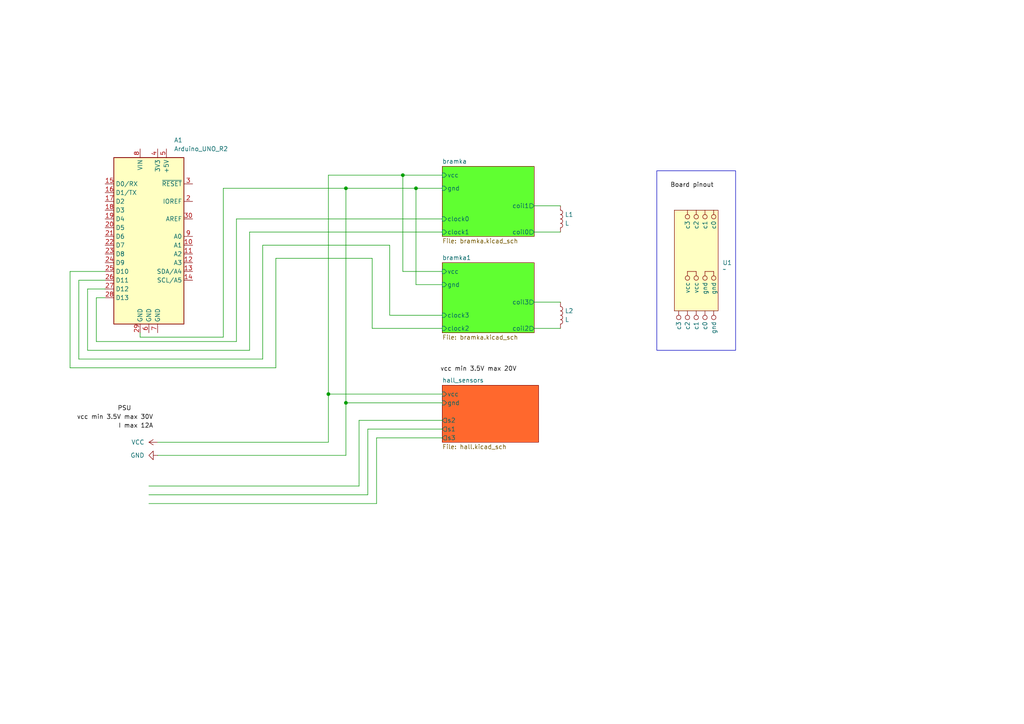
<source format=kicad_sch>
(kicad_sch (version 20231120) (generator "eeschema") (generator_version "8.0")
  (paper "A4")
  (lib_symbols
    (symbol "Device:L" (pin_numbers hide) (pin_names (offset 1.016) hide)
      (property "Reference" "L" (at -1.27 0 90))
      (property "Value" "L" (at 1.905 0 90))
      (symbol "L_0_1"
        (arc (start 0 -2.54) (mid 0.6323 -1.905) (end 0 -1.27))
        (arc (start 0 -1.27) (mid 0.6323 -0.635) (end 0 0))
        (arc (start 0 0) (mid 0.6323 0.635) (end 0 1.27))
        (arc (start 0 1.27) (mid 0.6323 1.905) (end 0 2.54))
      )
      (symbol "L_1_1"
        (pin passive line (at 0 3.81 270) (length 1.27) (name "1") (number "1"))
        (pin passive line (at 0 -3.81 90) (length 1.27) (name "2") (number "2"))
      )
    )
    (symbol "MCU_Module:Arduino_UNO_R2"
      (property "Reference" "A" (at -10.16 23.495 0))
      (property "Value" "Arduino_UNO_R2" (at 5.08 -26.67 0))
      (symbol "Arduino_UNO_R2_0_1"
        (rectangle (start -10.16 22.86) (end 10.16 -25.4) (stroke (width 0.254)) (fill (type background)))
      )
      (symbol "Arduino_UNO_R2_1_1"
        (pin no_connect line (at -10.16 -20.32 0) (length 2.54) hide (name "NC") (number "1"))
        (pin bidirectional line (at 12.7 -2.54 180) (length 2.54) (name "A1") (number "10"))
        (pin bidirectional line (at 12.7 -5.08 180) (length 2.54) (name "A2") (number "11"))
        (pin bidirectional line (at 12.7 -7.62 180) (length 2.54) (name "A3") (number "12"))
        (pin bidirectional line (at 12.7 -10.16 180) (length 2.54) (name "SDA/A4") (number "13"))
        (pin bidirectional line (at 12.7 -12.7 180) (length 2.54) (name "SCL/A5") (number "14"))
        (pin bidirectional line (at -12.7 15.24 0) (length 2.54) (name "D0/RX") (number "15"))
        (pin bidirectional line (at -12.7 12.7 0) (length 2.54) (name "D1/TX") (number "16"))
        (pin bidirectional line (at -12.7 10.16 0) (length 2.54) (name "D2") (number "17"))
        (pin bidirectional line (at -12.7 7.62 0) (length 2.54) (name "D3") (number "18"))
        (pin bidirectional line (at -12.7 5.08 0) (length 2.54) (name "D4") (number "19"))
        (pin output line (at 12.7 10.16 180) (length 2.54) (name "IOREF") (number "2"))
        (pin bidirectional line (at -12.7 2.54 0) (length 2.54) (name "D5") (number "20"))
        (pin bidirectional line (at -12.7 0 0) (length 2.54) (name "D6") (number "21"))
        (pin bidirectional line (at -12.7 -2.54 0) (length 2.54) (name "D7") (number "22"))
        (pin bidirectional line (at -12.7 -5.08 0) (length 2.54) (name "D8") (number "23"))
        (pin bidirectional line (at -12.7 -7.62 0) (length 2.54) (name "D9") (number "24"))
        (pin bidirectional line (at -12.7 -10.16 0) (length 2.54) (name "D10") (number "25"))
        (pin bidirectional line (at -12.7 -12.7 0) (length 2.54) (name "D11") (number "26"))
        (pin bidirectional line (at -12.7 -15.24 0) (length 2.54) (name "D12") (number "27"))
        (pin bidirectional line (at -12.7 -17.78 0) (length 2.54) (name "D13") (number "28"))
        (pin power_in line (at -2.54 -27.94 90) (length 2.54) (name "GND") (number "29"))
        (pin input line (at 12.7 15.24 180) (length 2.54) (name "~{RESET}") (number "3"))
        (pin input line (at 12.7 5.08 180) (length 2.54) (name "AREF") (number "30"))
        (pin power_out line (at 2.54 25.4 270) (length 2.54) (name "3V3") (number "4"))
        (pin power_out line (at 5.08 25.4 270) (length 2.54) (name "+5V") (number "5"))
        (pin power_in line (at 0 -27.94 90) (length 2.54) (name "GND") (number "6"))
        (pin power_in line (at 2.54 -27.94 90) (length 2.54) (name "GND") (number "7"))
        (pin power_in line (at -2.54 25.4 270) (length 2.54) (name "VIN") (number "8"))
        (pin bidirectional line (at 12.7 0 180) (length 2.54) (name "A0") (number "9"))
      )
    )
    (symbol "power:GND" (power) (pin_numbers hide) (pin_names (offset 0) hide)
      (property "Value" "GND" (at 0 -3.81 0))
      (symbol "GND_0_1"
        (polyline (pts (xy 0 0) (xy 0 -1.27) (xy 1.27 -1.27) (xy 0 -2.54) (xy -1.27 -1.27) (xy 0 -1.27)))
      )
      (symbol "GND_1_1"
        (pin power_in line (at 0 0 270) (length 0) (name "~") (number "1"))
      )
    )
    (symbol "power:VCC" (power) (pin_numbers hide) (pin_names (offset 0) hide)
      (property "Value" "VCC" (at 0 3.556 0))
      (symbol "VCC_0_1"
        (polyline (pts (xy -0.762 1.27) (xy 0 2.54)))
        (polyline (pts (xy 0 0) (xy 0 2.54)))
        (polyline (pts (xy 0 2.54) (xy 0.762 1.27)))
      )
      (symbol "VCC_1_1"
        (pin power_in line (at 0 0 90) (length 0) (name "~") (number "1"))
      )
    )
    (symbol "wytrzasarka-pinout:wytrzasarka"
      (property "Reference" "U" (at 0 0 0))
      (symbol "wytrzasarka_0_1"
        (rectangle (start -8.89 21.59) (end 3.81 -7.62) (fill (type background)))
        (polyline (pts (xy -5.08 3.81) (xy -2.54 3.81)))
        (polyline (pts (xy 0 3.81) (xy 2.54 3.81)))
      )
      (symbol "wytrzasarka_1_1"
        (pin input inverted (at 0 -7.62 270) (length 2.54) (name "c0") (number ""))
        (pin power_out inverted (at 2.54 21.59 270) (length 2.54) (name "c0") (number ""))
        (pin input inverted (at -2.54 -7.62 270) (length 2.54) (name "c1") (number ""))
        (pin power_out inverted (at 0 21.59 270) (length 2.54) (name "c1") (number ""))
        (pin input inverted (at -5.08 -7.62 270) (length 2.54) (name "c2") (number ""))
        (pin power_out inverted (at -2.54 21.59 270) (length 2.54) (name "c2") (number ""))
        (pin input inverted (at -7.62 -7.62 270) (length 2.54) (name "c3") (number ""))
        (pin power_out inverted (at -5.08 21.59 270) (length 2.54) (name "c3") (number ""))
        (pin power_in inverted (at 0 3.81 270) (length 2.54) (name "gnd") (number ""))
        (pin input inverted (at 2.54 -7.62 270) (length 2.54) (name "gnd") (number ""))
        (pin power_in inverted (at 2.54 3.81 270) (length 2.54) (name "gnd") (number ""))
        (pin power_in inverted (at -5.08 3.81 270) (length 2.54) (name "vcc") (number ""))
        (pin power_in inverted (at -2.54 3.81 270) (length 2.54) (name "vcc") (number ""))
      )
    )
  )
  (junction (at 116.84 50.8))
  (junction (at 100.33 54.61))
  (junction (at 95.25 114.3))
  (junction (at 120.65 54.61))
  (junction (at 100.33 116.84))
  (wire (pts (xy 27.94 99.06) (xy 68.58 99.06)))
  (wire (pts (xy 128.27 91.44) (xy 113.03 91.44)))
  (wire (pts (xy 40.64 96.52) (xy 40.64 97.79)))
  (wire (pts (xy 27.94 86.36) (xy 27.94 99.06)))
  (wire (pts (xy 64.77 97.79) (xy 64.77 54.61)))
  (wire (pts (xy 76.2 104.14) (xy 76.2 71.12)))
  (wire (pts (xy 43.18 140.97) (xy 104.14 140.97)))
  (wire (pts (xy 30.48 83.82) (xy 25.4 83.82)))
  (wire (pts (xy 30.48 81.28) (xy 22.86 81.28)))
  (wire (pts (xy 107.95 95.25) (xy 107.95 74.93)))
  (wire (pts (xy 116.84 50.8) (xy 116.84 78.74)))
  (wire (pts (xy 45.72 128.27) (xy 95.25 128.27)))
  (wire (pts (xy 22.86 104.14) (xy 76.2 104.14)))
  (wire (pts (xy 154.94 95.25) (xy 162.56 95.25)))
  (wire (pts (xy 64.77 54.61) (xy 100.33 54.61)))
  (wire (pts (xy 120.65 54.61) (xy 120.65 82.55)))
  (wire (pts (xy 68.58 99.06) (xy 68.58 63.5)))
  (wire (pts (xy 128.27 124.46) (xy 106.68 124.46)))
  (wire (pts (xy 25.4 101.6) (xy 72.39 101.6)))
  (wire (pts (xy 100.33 116.84) (xy 128.27 116.84)))
  (wire (pts (xy 113.03 91.44) (xy 113.03 71.12)))
  (wire (pts (xy 128.27 127) (xy 109.22 127)))
  (wire (pts (xy 100.33 54.61) (xy 100.33 116.84)))
  (wire (pts (xy 20.32 106.68) (xy 20.32 78.74)))
  (wire (pts (xy 109.22 127) (xy 109.22 146.05)))
  (wire (pts (xy 80.01 74.93) (xy 80.01 106.68)))
  (wire (pts (xy 72.39 67.31) (xy 128.27 67.31)))
  (wire (pts (xy 128.27 50.8) (xy 116.84 50.8)))
  (wire (pts (xy 72.39 101.6) (xy 72.39 67.31)))
  (wire (pts (xy 120.65 54.61) (xy 100.33 54.61)))
  (wire (pts (xy 40.64 97.79) (xy 64.77 97.79)))
  (wire (pts (xy 95.25 114.3) (xy 95.25 128.27)))
  (wire (pts (xy 43.18 143.51) (xy 106.68 143.51)))
  (wire (pts (xy 27.94 86.36) (xy 30.48 86.36)))
  (wire (pts (xy 116.84 78.74) (xy 128.27 78.74)))
  (wire (pts (xy 104.14 121.92) (xy 104.14 140.97)))
  (wire (pts (xy 80.01 106.68) (xy 20.32 106.68)))
  (wire (pts (xy 95.25 50.8) (xy 116.84 50.8)))
  (wire (pts (xy 68.58 63.5) (xy 128.27 63.5)))
  (wire (pts (xy 100.33 116.84) (xy 100.33 132.08)))
  (wire (pts (xy 128.27 95.25) (xy 107.95 95.25)))
  (wire (pts (xy 106.68 124.46) (xy 106.68 143.51)))
  (wire (pts (xy 128.27 121.92) (xy 104.14 121.92)))
  (wire (pts (xy 25.4 83.82) (xy 25.4 101.6)))
  (wire (pts (xy 128.27 114.3) (xy 95.25 114.3)))
  (wire (pts (xy 76.2 71.12) (xy 113.03 71.12)))
  (wire (pts (xy 95.25 50.8) (xy 95.25 114.3)))
  (wire (pts (xy 154.94 59.69) (xy 162.56 59.69)))
  (wire (pts (xy 43.18 146.05) (xy 109.22 146.05)))
  (wire (pts (xy 154.94 87.63) (xy 162.56 87.63)))
  (wire (pts (xy 20.32 78.74) (xy 30.48 78.74)))
  (wire (pts (xy 128.27 54.61) (xy 120.65 54.61)))
  (wire (pts (xy 154.94 67.31) (xy 162.56 67.31)))
  (wire (pts (xy 80.01 74.93) (xy 107.95 74.93)))
  (wire (pts (xy 120.65 82.55) (xy 128.27 82.55)))
  (wire (pts (xy 45.72 132.08) (xy 100.33 132.08)))
  (wire (pts (xy 22.86 81.28) (xy 22.86 104.14)))
  (rectangle (start 190.5 49.53) (end 213.36 101.6))
  (label "I max 12A" (at 44.45 124.46 180))
  (label "vcc min 3.5V max 20V" (at 149.86 107.95 180))
  (label "Board pinout" (at 207.01 54.61 180))
  (label "vcc min 3.5V max 30V" (at 44.45 121.92 180))
  (label "PSU" (at 38.1 119.38 180))
  (symbol (lib_id "MCU_Module:Arduino_UNO_R2") (at 43.18 68.58 0) (unit 1)
    (property "Reference" "A1" (at 50.4541 40.64 0) (effects (justify left)))
    (property "Value" "Arduino_UNO_R2" (at 50.4541 43.18 0) (effects (justify left)))
    (property "Footprint" "Module:Arduino_UNO_R2" (effects (hide yes)))
    (property "Datasheet" "https://www.arduino.cc/en/Main/arduinoBoardUno" (effects (hide yes)))
    (property "Description" "Arduino UNO Microcontroller Module, release 2" (effects (hide yes)))
  )
  (symbol (lib_id "Device:L") (at 162.56 63.5 0) (unit 1)
    (property "Reference" "L1" (at 163.83 62.2299 0) (effects (justify left)))
    (property "Value" "L" (at 163.83 64.7699 0) (effects (justify left)))
    (property "Description" "Inductor" (effects (hide yes)))
  )
  (symbol (lib_id "wytrzasarka-pinout:wytrzasarka") (at 204.47 82.55 0) (unit 1)
    (property "Reference" "U1" (at 209.55 76.1999 0) (effects (justify left)))
    (property "Value" "~" (at 209.55 78.105 0) (effects (justify left)))
  )
  (symbol (lib_id "power:VCC") (at 45.72 128.27 90) (unit 1)
    (property "Reference" "#PWR07" (effects (hide yes)))
    (property "Value" "VCC" (at 41.91 128.2699 90) (effects (justify left)))
    (property "Description" "Power symbol creates a global label with name \"VCC\"" (effects (hide yes)))
  )
  (symbol (lib_id "power:GND") (at 45.72 132.08 270) (unit 1)
    (property "Reference" "#PWR08" (effects (hide yes)))
    (property "Value" "GND" (at 41.91 132.0799 90) (effects (justify right)))
    (property "Description" "Power symbol creates a global label with name \"GND\" , ground" (effects (hide yes)))
  )
  (symbol (lib_id "Device:L") (at 162.56 91.44 0) (unit 1)
    (property "Reference" "L2" (at 163.83 90.1699 0) (effects (justify left)))
    (property "Value" "L" (at 163.83 92.7099 0) (effects (justify left)))
    (property "Description" "Inductor" (effects (hide yes)))
  )
  (sheet (at 128.27 111.76) (size 27.94 16.51) (stroke (width 0.1524)) (fill (color 255 104 45 1.0000))
    (property "Sheetname" "hall_sensors" (at 128.27 111.0484 0) (effects (justify left bottom)))
    (property "Sheetfile" "hall.kicad_sch" (at 128.27 128.8546 0) (effects (justify left top)))
    (pin "gnd" input (at 128.27 116.84 180))
    (pin "vcc" input (at 128.27 114.3 180))
    (pin "s2" output (at 128.27 121.92 180))
    (pin "s1" output (at 128.27 124.46 180))
    (pin "s3" output (at 128.27 127 180))
  )
  (sheet (at 128.27 48.26) (size 26.67 20.32) (stroke (width 0.1524)) (fill (color 96 255 49 1.0000))
    (property "Sheetname" "bramka" (at 128.27 47.5484 0) (effects (justify left bottom)))
    (property "Sheetfile" "bramka.kicad_sch" (at 128.27 69.1646 0) (effects (justify left top)))
    (pin "clock1" input (at 128.27 67.31 180))
    (pin "clock0" input (at 128.27 63.5 180))
    (pin "coil0" output (at 154.94 67.31 0))
    (pin "coil1" output (at 154.94 59.69 0))
    (pin "vcc" input (at 128.27 50.8 180))
    (pin "gnd" input (at 128.27 54.61 180))
  )
  (sheet (at 128.27 76.2) (size 26.67 20.32) (stroke (width 0.1524)) (fill (color 96 255 49 1.0000))
    (property "Sheetname" "bramka1" (at 128.27 75.4884 0) (effects (justify left bottom)))
    (property "Sheetfile" "bramka.kicad_sch" (at 128.27 97.1046 0) (effects (justify left top)))
    (pin "clock2" input (at 128.27 95.25 180))
    (pin "clock3" input (at 128.27 91.44 180))
    (pin "coil2" output (at 154.94 95.25 0))
    (pin "coil3" output (at 154.94 87.63 0))
    (pin "vcc" input (at 128.27 78.74 180))
    (pin "gnd" input (at 128.27 82.55 180))
  )
)
</source>
